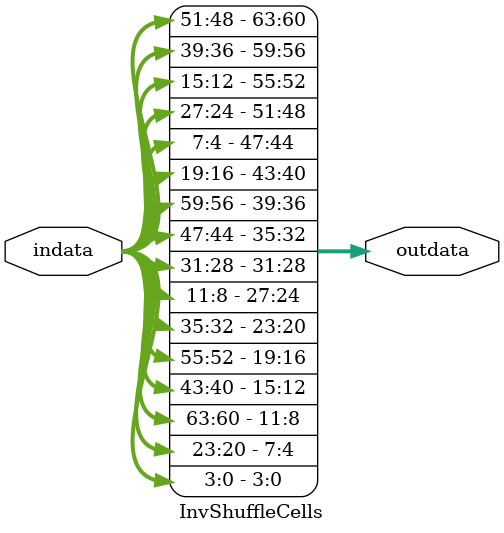
<source format=v>
module ShuffleCells
    (
        input wire [63:0] indata,
        output wire [63:0] outdata
    );
	localparam m=4;
    localparam [0:4*16-1] perm = {
    4'h0, 4'hb, 4'h6, 4'hd, 4'ha, 4'h1, 4'hc, 4'h7,
    4'h5, 4'he, 4'h3, 4'h8, 4'hf, 4'h4, 4'h9, 4'h2  
    };
    genvar i;
    generate
        for(i=0; i< 16; i=i+1)begin: genperm
            assign outdata[(i+1)*m-1:i*m] = indata[(perm[i*4+:4]+1)*m-1:perm[i*4+:4]*m];
        end
    endgenerate
endmodule

module InvShuffleCells
    (
        input wire [63:0] indata,
        output wire [63:0] outdata
    );
	localparam m=4;
    localparam [0:4*16-1] inv_perm = {
    4'h0, 4'h5, 4'hf, 4'ha, 4'hd, 4'h8, 4'h2, 4'h7,
    4'hb, 4'he, 4'h4, 4'h1, 4'h6, 4'h3, 4'h9, 4'hc
    };
    genvar i;
    generate
        for(i=0; i< 16; i=i+1)begin: geninvperm
            assign outdata[(i+1)*m-1:i*m] = indata[(inv_perm[i*4+:4]+1)*m-1:inv_perm[i*4+:4]*m];
        end
    endgenerate
endmodule
</source>
